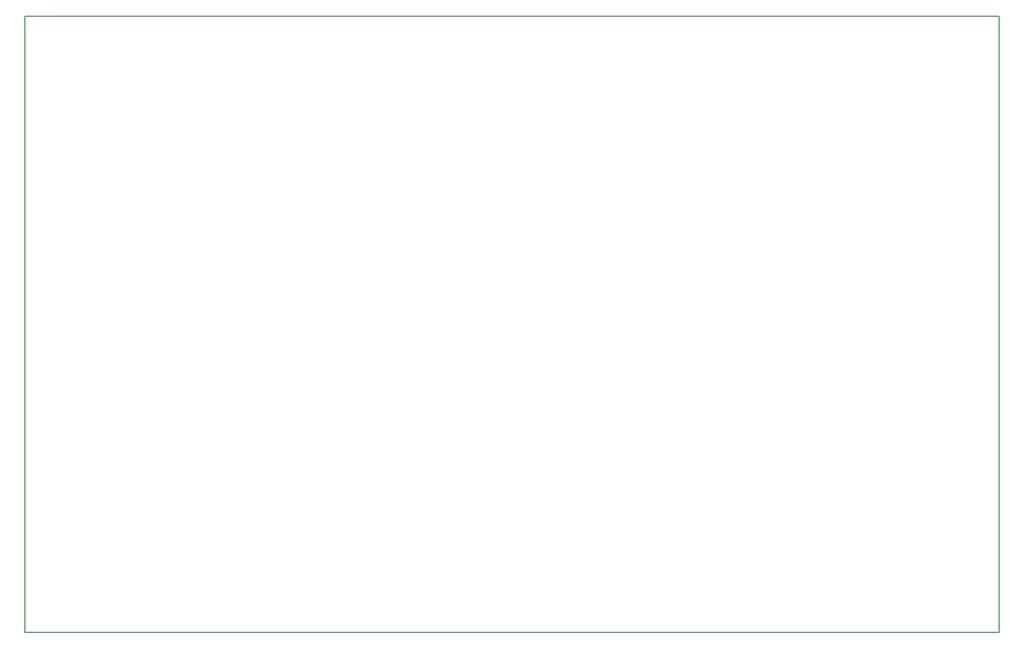
<source format=gbr>
G04 #@! TF.GenerationSoftware,KiCad,Pcbnew,(5.0.2)-1*
G04 #@! TF.CreationDate,2019-03-10T22:20:02+01:00*
G04 #@! TF.ProjectId,fdmbox_pcb_tiny,66646d62-6f78-45f7-9063-625f74696e79,rev?*
G04 #@! TF.SameCoordinates,Original*
G04 #@! TF.FileFunction,Profile,NP*
%FSLAX46Y46*%
G04 Gerber Fmt 4.6, Leading zero omitted, Abs format (unit mm)*
G04 Created by KiCad (PCBNEW (5.0.2)-1) date 10.03.2019 22:20:02*
%MOMM*%
%LPD*%
G01*
G04 APERTURE LIST*
%ADD10C,0.150000*%
G04 APERTURE END LIST*
D10*
X228600000Y-50800000D02*
X76200000Y-50800000D01*
X228600000Y-147320000D02*
X228600000Y-50800000D01*
X76200000Y-147320000D02*
X228600000Y-147320000D01*
X76200000Y-50800000D02*
X76200000Y-147320000D01*
M02*

</source>
